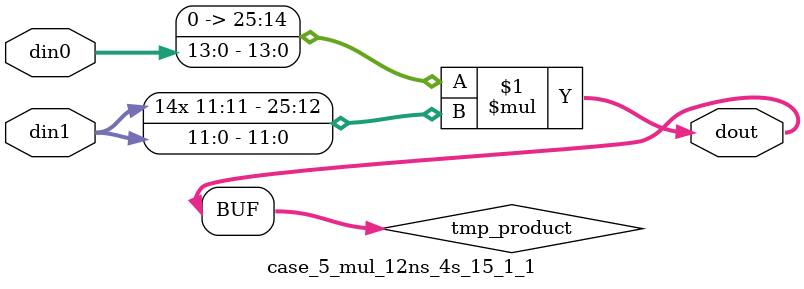
<source format=v>

`timescale 1 ns / 1 ps

 (* use_dsp = "no" *)  module case_5_mul_12ns_4s_15_1_1(din0, din1, dout);
parameter ID = 1;
parameter NUM_STAGE = 0;
parameter din0_WIDTH = 14;
parameter din1_WIDTH = 12;
parameter dout_WIDTH = 26;

input [din0_WIDTH - 1 : 0] din0; 
input [din1_WIDTH - 1 : 0] din1; 
output [dout_WIDTH - 1 : 0] dout;

wire signed [dout_WIDTH - 1 : 0] tmp_product;

























assign tmp_product = $signed({1'b0, din0}) * $signed(din1);










assign dout = tmp_product;





















endmodule

</source>
